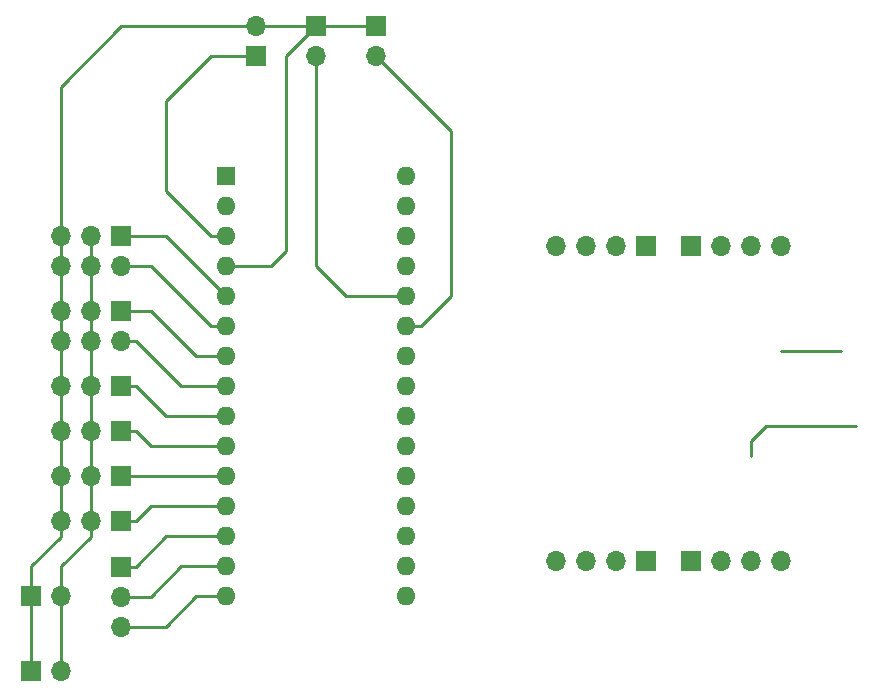
<source format=gbr>
%TF.GenerationSoftware,KiCad,Pcbnew,7.0.5-7.0.5~ubuntu20.04.1*%
%TF.CreationDate,2023-06-14T17:48:01+02:00*%
%TF.ProjectId,nanoRIghtAux,6e616e6f-5249-4676-9874-4175782e6b69,rev?*%
%TF.SameCoordinates,Original*%
%TF.FileFunction,Copper,L2,Bot*%
%TF.FilePolarity,Positive*%
%FSLAX46Y46*%
G04 Gerber Fmt 4.6, Leading zero omitted, Abs format (unit mm)*
G04 Created by KiCad (PCBNEW 7.0.5-7.0.5~ubuntu20.04.1) date 2023-06-14 17:48:01*
%MOMM*%
%LPD*%
G01*
G04 APERTURE LIST*
%TA.AperFunction,ComponentPad*%
%ADD10R,1.700000X1.700000*%
%TD*%
%TA.AperFunction,ComponentPad*%
%ADD11O,1.700000X1.700000*%
%TD*%
%TA.AperFunction,ComponentPad*%
%ADD12O,1.600000X1.600000*%
%TD*%
%TA.AperFunction,ComponentPad*%
%ADD13R,1.600000X1.600000*%
%TD*%
%TA.AperFunction,Conductor*%
%ADD14C,0.250000*%
%TD*%
G04 APERTURE END LIST*
D10*
%TO.P,J1,1,Pin_1*%
%TO.N,Net-(A1-D4)*%
X154940000Y-91440000D03*
D11*
%TO.P,J1,2,Pin_2*%
%TO.N,Net-(A1-D5)*%
X154940000Y-93980000D03*
%TO.P,J1,3,Pin_3*%
%TO.N,+5V*%
X152400000Y-91440000D03*
%TO.P,J1,4,Pin_4*%
X152400000Y-93980000D03*
%TO.P,J1,5,Pin_5*%
%TO.N,GND*%
X149860000Y-91440000D03*
%TO.P,J1,6,Pin_6*%
X149860000Y-93980000D03*
%TD*%
D10*
%TO.P,J13,1,Pin_1*%
%TO.N,GND*%
X147320000Y-115570000D03*
D11*
%TO.P,J13,2,Pin_2*%
%TO.N,+5V*%
X149860000Y-115570000D03*
%TD*%
D10*
%TO.P,J12,1,Pin_1*%
%TO.N,GND*%
X147320000Y-121920000D03*
D11*
%TO.P,J12,2,Pin_2*%
%TO.N,+5V*%
X149860000Y-121920000D03*
%TD*%
%TO.P,SW3,2,2*%
%TO.N,Net-(A1-A7)*%
X171450000Y-69850000D03*
D10*
%TO.P,SW3,1,1*%
%TO.N,GND*%
X171450000Y-67310000D03*
%TD*%
%TO.P,SW2,1,1*%
%TO.N,GND*%
X176530000Y-67310000D03*
D11*
%TO.P,SW2,2,2*%
%TO.N,Net-(A1-A6)*%
X176530000Y-69850000D03*
%TD*%
%TO.P,SW1,2,2*%
%TO.N,GND*%
X166370000Y-67310000D03*
D10*
%TO.P,SW1,1,1*%
%TO.N,Net-(A1-~{RESET}-Pad3)*%
X166370000Y-69850000D03*
%TD*%
%TO.P,J9,1,Pin_1*%
%TO.N,Net-(J9-Pin_1)*%
X199390000Y-112600000D03*
D11*
%TO.P,J9,2,Pin_2*%
%TO.N,Net-(J9-Pin_2)*%
X196850000Y-112600000D03*
%TO.P,J9,3,Pin_3*%
%TO.N,Net-(J9-Pin_3)*%
X194310000Y-112600000D03*
%TO.P,J9,4,Pin_4*%
%TO.N,Net-(J9-Pin_4)*%
X191770000Y-112600000D03*
%TD*%
D10*
%TO.P,J11,1,Pin_1*%
%TO.N,Net-(A1-D10)*%
X154965000Y-113045000D03*
D11*
%TO.P,J11,2,Pin_2*%
%TO.N,Net-(A1-D11)*%
X154965000Y-115585000D03*
%TO.P,J11,3,Pin_3*%
%TO.N,Net-(A1-D12)*%
X154965000Y-118125000D03*
%TD*%
D10*
%TO.P,J2,1,Pin_1*%
%TO.N,Net-(A1-D6)*%
X154925000Y-97790000D03*
D11*
%TO.P,J2,2,Pin_2*%
%TO.N,+5V*%
X152385000Y-97790000D03*
%TO.P,J2,3,Pin_3*%
%TO.N,GND*%
X149845000Y-97790000D03*
%TD*%
D10*
%TO.P,J5,1,Pin_1*%
%TO.N,Net-(A1-D9)*%
X154925000Y-109220000D03*
D11*
%TO.P,J5,2,Pin_2*%
%TO.N,+5V*%
X152385000Y-109220000D03*
%TO.P,J5,3,Pin_3*%
%TO.N,GND*%
X149845000Y-109220000D03*
%TD*%
D10*
%TO.P,J8,1,Pin_1*%
%TO.N,Net-(J8-Pin_1)*%
X199380000Y-85930000D03*
D11*
%TO.P,J8,2,Pin_2*%
%TO.N,Net-(J8-Pin_2)*%
X196840000Y-85930000D03*
%TO.P,J8,3,Pin_3*%
%TO.N,Net-(J8-Pin_3)*%
X194300000Y-85930000D03*
%TO.P,J8,4,Pin_4*%
%TO.N,Net-(J8-Pin_4)*%
X191760000Y-85930000D03*
%TD*%
D10*
%TO.P,J7,1,Pin_1*%
%TO.N,Net-(J7-Pin_1)*%
X203200000Y-85930000D03*
D11*
%TO.P,J7,2,Pin_2*%
%TO.N,Net-(J7-Pin_2)*%
X205740000Y-85930000D03*
%TO.P,J7,3,Pin_3*%
%TO.N,Net-(J7-Pin_3)*%
X208280000Y-85930000D03*
%TO.P,J7,4,Pin_4*%
%TO.N,Net-(J7-Pin_4)*%
X210820000Y-85930000D03*
%TD*%
D10*
%TO.P,J4,1,Pin_1*%
%TO.N,Net-(A1-D8)*%
X154940000Y-105410000D03*
D11*
%TO.P,J4,2,Pin_2*%
%TO.N,+5V*%
X152400000Y-105410000D03*
%TO.P,J4,3,Pin_3*%
%TO.N,GND*%
X149860000Y-105410000D03*
%TD*%
D10*
%TO.P,J3,1,Pin_1*%
%TO.N,Net-(A1-D7)*%
X154925000Y-101600000D03*
D11*
%TO.P,J3,2,Pin_2*%
%TO.N,+5V*%
X152385000Y-101600000D03*
%TO.P,J3,3,Pin_3*%
%TO.N,GND*%
X149845000Y-101600000D03*
%TD*%
D12*
%TO.P,A1,30,VIN*%
%TO.N,unconnected-(A1-VIN-Pad30)*%
X179070000Y-80010000D03*
%TO.P,A1,29,GND*%
%TO.N,GND*%
X179070000Y-82550000D03*
%TO.P,A1,28,~{RESET}*%
%TO.N,unconnected-(A1-~{RESET}-Pad28)*%
X179070000Y-85090000D03*
%TO.P,A1,27,+5V*%
%TO.N,unconnected-(A1-+5V-Pad27)*%
X179070000Y-87630000D03*
%TO.P,A1,26,A7*%
%TO.N,Net-(A1-A7)*%
X179070000Y-90170000D03*
%TO.P,A1,25,A6*%
%TO.N,Net-(A1-A6)*%
X179070000Y-92710000D03*
%TO.P,A1,24,A5*%
%TO.N,Net-(A1-A5)*%
X179070000Y-95250000D03*
%TO.P,A1,23,A4*%
%TO.N,Net-(A1-A4)*%
X179070000Y-97790000D03*
%TO.P,A1,22,A3*%
%TO.N,Net-(A1-A3)*%
X179070000Y-100330000D03*
%TO.P,A1,21,A2*%
%TO.N,Net-(A1-A2)*%
X179070000Y-102870000D03*
%TO.P,A1,20,A1*%
%TO.N,Net-(A1-A1)*%
X179070000Y-105410000D03*
%TO.P,A1,19,A0*%
%TO.N,Net-(A1-A0)*%
X179070000Y-107950000D03*
%TO.P,A1,18,AREF*%
%TO.N,unconnected-(A1-AREF-Pad18)*%
X179070000Y-110490000D03*
%TO.P,A1,17,3V3*%
%TO.N,unconnected-(A1-3V3-Pad17)*%
X179070000Y-113030000D03*
%TO.P,A1,16,D13*%
%TO.N,Net-(A1-D13)*%
X179070000Y-115570000D03*
%TO.P,A1,15,D12*%
%TO.N,Net-(A1-D12)*%
X163830000Y-115570000D03*
%TO.P,A1,14,D11*%
%TO.N,Net-(A1-D11)*%
X163830000Y-113030000D03*
%TO.P,A1,13,D10*%
%TO.N,Net-(A1-D10)*%
X163830000Y-110490000D03*
%TO.P,A1,12,D9*%
%TO.N,Net-(A1-D9)*%
X163830000Y-107950000D03*
%TO.P,A1,11,D8*%
%TO.N,Net-(A1-D8)*%
X163830000Y-105410000D03*
%TO.P,A1,10,D7*%
%TO.N,Net-(A1-D7)*%
X163830000Y-102870000D03*
%TO.P,A1,9,D6*%
%TO.N,Net-(A1-D6)*%
X163830000Y-100330000D03*
%TO.P,A1,8,D5*%
%TO.N,Net-(A1-D5)*%
X163830000Y-97790000D03*
%TO.P,A1,7,D4*%
%TO.N,Net-(A1-D4)*%
X163830000Y-95250000D03*
%TO.P,A1,6,D3*%
%TO.N,Net-(A1-D3)*%
X163830000Y-92710000D03*
%TO.P,A1,5,D2*%
%TO.N,Net-(A1-D2)*%
X163830000Y-90170000D03*
%TO.P,A1,4,GND*%
%TO.N,GND*%
X163830000Y-87630000D03*
%TO.P,A1,3,~{RESET}*%
%TO.N,Net-(A1-~{RESET}-Pad3)*%
X163830000Y-85090000D03*
%TO.P,A1,2,D0/RX*%
%TO.N,unconnected-(A1-D0{slash}RX-Pad2)*%
X163830000Y-82550000D03*
D13*
%TO.P,A1,1,D1/TX*%
%TO.N,unconnected-(A1-D1{slash}TX-Pad1)*%
X163830000Y-80010000D03*
%TD*%
D10*
%TO.P,J10,1,Pin_1*%
%TO.N,Net-(A1-D2)*%
X154925000Y-85085000D03*
D11*
%TO.P,J10,2,Pin_2*%
%TO.N,Net-(A1-D3)*%
X154925000Y-87625000D03*
%TO.P,J10,3,Pin_3*%
%TO.N,+5V*%
X152385000Y-85085000D03*
%TO.P,J10,4,Pin_4*%
X152385000Y-87625000D03*
%TO.P,J10,5,Pin_5*%
%TO.N,GND*%
X149845000Y-85085000D03*
%TO.P,J10,6,Pin_6*%
X149845000Y-87625000D03*
%TD*%
D10*
%TO.P,J6,1,Pin_1*%
%TO.N,Net-(J6-Pin_1)*%
X203200000Y-112600000D03*
D11*
%TO.P,J6,2,Pin_2*%
%TO.N,Net-(J6-Pin_2)*%
X205740000Y-112600000D03*
%TO.P,J6,3,Pin_3*%
%TO.N,Net-(J6-Pin_3)*%
X208280000Y-112600000D03*
%TO.P,J6,4,Pin_4*%
%TO.N,Net-(J6-Pin_4)*%
X210820000Y-112600000D03*
%TD*%
D14*
%TO.N,+5V*%
X208280000Y-102440000D02*
X208280000Y-103710000D01*
X217170000Y-101170000D02*
X209550000Y-101170000D01*
X209550000Y-101170000D02*
X208280000Y-102440000D01*
%TO.N,GND*%
X215900000Y-94820000D02*
X210820000Y-94820000D01*
X168910000Y-86360000D02*
X167640000Y-87630000D01*
X171450000Y-67310000D02*
X168910000Y-69850000D01*
X168910000Y-69850000D02*
X168910000Y-86360000D01*
X167640000Y-87630000D02*
X163830000Y-87630000D01*
%TO.N,Net-(A1-D2)*%
X154925000Y-85085000D02*
X157480000Y-85090000D01*
X157480000Y-85090000D02*
X158750000Y-85090000D01*
X158750000Y-85090000D02*
X163830000Y-90170000D01*
%TO.N,Net-(A1-~{RESET}-Pad3)*%
X162560000Y-85090000D02*
X158750000Y-81280000D01*
X158750000Y-81280000D02*
X158750000Y-73660000D01*
X166370000Y-69850000D02*
X162560000Y-69850000D01*
X162560000Y-69850000D02*
X158750000Y-73660000D01*
X162560000Y-85090000D02*
X163830000Y-85090000D01*
%TO.N,Net-(A1-D3)*%
X163830000Y-92710000D02*
X162560000Y-92710000D01*
X162560000Y-92710000D02*
X157480000Y-87630000D01*
X157480000Y-87630000D02*
X154925000Y-87625000D01*
%TO.N,Net-(A1-D5)*%
X154940000Y-93980000D02*
X156210000Y-93980000D01*
X156210000Y-93980000D02*
X160020000Y-97790000D01*
X160020000Y-97790000D02*
X163830000Y-97790000D01*
%TO.N,Net-(A1-D12)*%
X154965000Y-118125000D02*
X158735000Y-118125000D01*
X158735000Y-118125000D02*
X161290000Y-115570000D01*
X161290000Y-115570000D02*
X163830000Y-115570000D01*
%TO.N,Net-(A1-D11)*%
X154965000Y-115585000D02*
X157465000Y-115585000D01*
X160020000Y-113030000D02*
X163830000Y-113030000D01*
X157465000Y-115585000D02*
X160020000Y-113030000D01*
%TO.N,Net-(A1-D10)*%
X154965000Y-113045000D02*
X156195000Y-113045000D01*
X156195000Y-113045000D02*
X158750000Y-110490000D01*
X158750000Y-110490000D02*
X163830000Y-110490000D01*
%TO.N,Net-(A1-D9)*%
X154925000Y-109220000D02*
X156210000Y-109220000D01*
X156210000Y-109220000D02*
X157480000Y-107950000D01*
X157480000Y-107950000D02*
X163830000Y-107950000D01*
%TO.N,Net-(A1-D8)*%
X154940000Y-105410000D02*
X163830000Y-105410000D01*
%TO.N,Net-(A1-D7)*%
X154925000Y-101600000D02*
X156210000Y-101600000D01*
X157480000Y-102870000D02*
X163830000Y-102870000D01*
X156210000Y-101600000D02*
X157480000Y-102870000D01*
%TO.N,Net-(A1-D6)*%
X154925000Y-97790000D02*
X156210000Y-97790000D01*
X156210000Y-97790000D02*
X158750000Y-100330000D01*
X158750000Y-100330000D02*
X163830000Y-100330000D01*
%TO.N,Net-(A1-A6)*%
X182880000Y-76200000D02*
X182880000Y-90170000D01*
X176530000Y-69850000D02*
X182880000Y-76200000D01*
X182880000Y-90170000D02*
X180340000Y-92710000D01*
X180340000Y-92710000D02*
X179070000Y-92710000D01*
%TO.N,Net-(A1-A7)*%
X171450000Y-69850000D02*
X171450000Y-87630000D01*
X171450000Y-87630000D02*
X173990000Y-90170000D01*
X173990000Y-90170000D02*
X179070000Y-90170000D01*
%TO.N,GND*%
X166370000Y-67310000D02*
X176530000Y-67310000D01*
X166370000Y-67310000D02*
X154940000Y-67310000D01*
X154940000Y-67310000D02*
X149845000Y-72405000D01*
X149845000Y-72405000D02*
X149845000Y-85085000D01*
%TO.N,Net-(A1-D4)*%
X157480000Y-91440000D02*
X161290000Y-95250000D01*
X154940000Y-91440000D02*
X157480000Y-91440000D01*
X161290000Y-95250000D02*
X163830000Y-95250000D01*
%TO.N,+5V*%
X152385000Y-109220000D02*
X152385000Y-110505000D01*
X152385000Y-110505000D02*
X149860000Y-113030000D01*
X149860000Y-113030000D02*
X149860000Y-121920000D01*
X152385000Y-85085000D02*
X152385000Y-109220000D01*
%TO.N,GND*%
X149845000Y-85085000D02*
X149845000Y-110505000D01*
X149845000Y-110505000D02*
X147320000Y-113030000D01*
X147320000Y-113030000D02*
X147320000Y-121920000D01*
%TD*%
M02*

</source>
